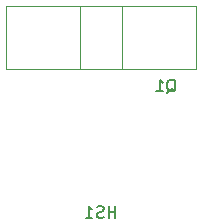
<source format=gbr>
G04 #@! TF.GenerationSoftware,KiCad,Pcbnew,5.1.7-a382d34a8~87~ubuntu18.04.1*
G04 #@! TF.CreationDate,2021-02-18T22:44:55+00:00*
G04 #@! TF.ProjectId,Laser-Driver-v3,4c617365-722d-4447-9269-7665722d7633,rev?*
G04 #@! TF.SameCoordinates,Original*
G04 #@! TF.FileFunction,Legend,Bot*
G04 #@! TF.FilePolarity,Positive*
%FSLAX46Y46*%
G04 Gerber Fmt 4.6, Leading zero omitted, Abs format (unit mm)*
G04 Created by KiCad (PCBNEW 5.1.7-a382d34a8~87~ubuntu18.04.1) date 2021-02-18 22:44:55*
%MOMM*%
%LPD*%
G01*
G04 APERTURE LIST*
%ADD10C,0.120000*%
%ADD11C,0.150000*%
G04 APERTURE END LIST*
D10*
G04 #@! TO.C,Q1*
X143070000Y-43049000D02*
X126930000Y-43049000D01*
X143070000Y-48320000D02*
X126930000Y-48320000D01*
X143070000Y-43049000D02*
X143070000Y-48320000D01*
X126930000Y-43049000D02*
X126930000Y-48320000D01*
X136804000Y-43049000D02*
X136804000Y-48320000D01*
X133195000Y-43049000D02*
X133195000Y-48320000D01*
G04 #@! TO.C,HS1*
D11*
X136238095Y-60952380D02*
X136238095Y-59952380D01*
X136238095Y-60428571D02*
X135666666Y-60428571D01*
X135666666Y-60952380D02*
X135666666Y-59952380D01*
X135238095Y-60904761D02*
X135095238Y-60952380D01*
X134857142Y-60952380D01*
X134761904Y-60904761D01*
X134714285Y-60857142D01*
X134666666Y-60761904D01*
X134666666Y-60666666D01*
X134714285Y-60571428D01*
X134761904Y-60523809D01*
X134857142Y-60476190D01*
X135047619Y-60428571D01*
X135142857Y-60380952D01*
X135190476Y-60333333D01*
X135238095Y-60238095D01*
X135238095Y-60142857D01*
X135190476Y-60047619D01*
X135142857Y-60000000D01*
X135047619Y-59952380D01*
X134809523Y-59952380D01*
X134666666Y-60000000D01*
X133714285Y-60952380D02*
X134285714Y-60952380D01*
X134000000Y-60952380D02*
X134000000Y-59952380D01*
X134095238Y-60095238D01*
X134190476Y-60190476D01*
X134285714Y-60238095D01*
G04 #@! TO.C,Q1*
X140595238Y-50347619D02*
X140690476Y-50300000D01*
X140785714Y-50204761D01*
X140928571Y-50061904D01*
X141023809Y-50014285D01*
X141119047Y-50014285D01*
X141071428Y-50252380D02*
X141166666Y-50204761D01*
X141261904Y-50109523D01*
X141309523Y-49919047D01*
X141309523Y-49585714D01*
X141261904Y-49395238D01*
X141166666Y-49300000D01*
X141071428Y-49252380D01*
X140880952Y-49252380D01*
X140785714Y-49300000D01*
X140690476Y-49395238D01*
X140642857Y-49585714D01*
X140642857Y-49919047D01*
X140690476Y-50109523D01*
X140785714Y-50204761D01*
X140880952Y-50252380D01*
X141071428Y-50252380D01*
X139690476Y-50252380D02*
X140261904Y-50252380D01*
X139976190Y-50252380D02*
X139976190Y-49252380D01*
X140071428Y-49395238D01*
X140166666Y-49490476D01*
X140261904Y-49538095D01*
G04 #@! TD*
M02*

</source>
